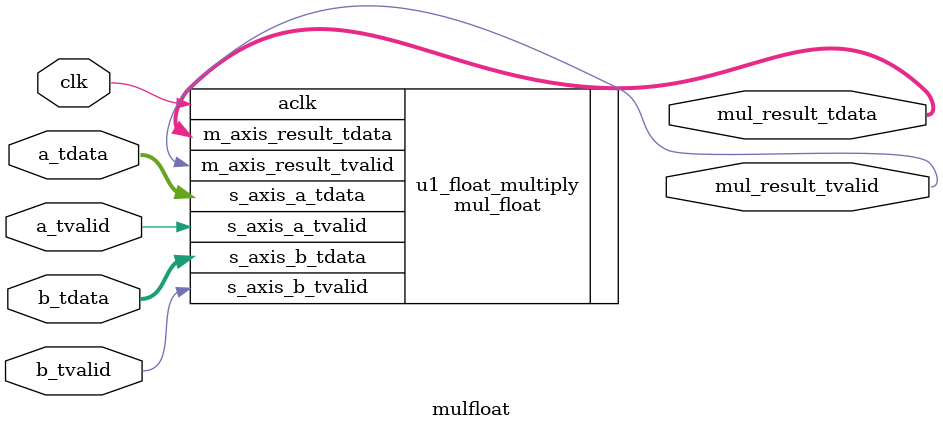
<source format=v>
`timescale 1ns / 1ps

module mulfloat(
    input clk,
    input a_tvalid,
    input [31:0] a_tdata,
    input b_tvalid,
    input [31:0] b_tdata,
    output mul_result_tvalid,
    output [31:0] mul_result_tdata
    );

mul_float u1_float_multiply(              
    .aclk(clk),
    .s_axis_a_tvalid(a_tvalid),
    .s_axis_a_tdata(a_tdata),
    .s_axis_b_tvalid(b_tvalid),
    .s_axis_b_tdata(b_tdata),
    .m_axis_result_tvalid(mul_result_tvalid),
    .m_axis_result_tdata(mul_result_tdata)
);

endmodule

</source>
